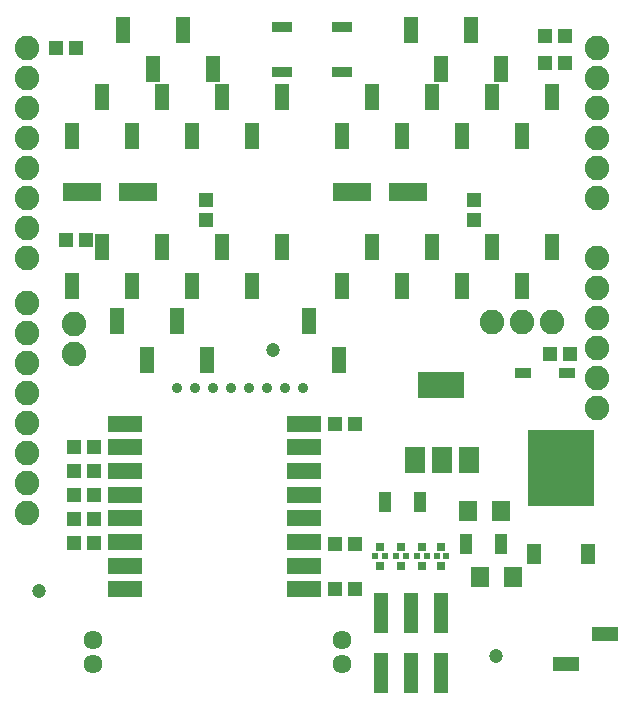
<source format=gts>
G04*
G04 #@! TF.GenerationSoftware,Altium Limited,Altium Designer,19.1.6 (110)*
G04*
G04 Layer_Color=8388736*
%FSLAX25Y25*%
%MOIN*%
G70*
G01*
G75*
%ADD34R,0.11800X0.05300*%
%ADD35R,0.08674X0.04737*%
%ADD36R,0.04737X0.08674*%
%ADD37R,0.04737X0.13280*%
%ADD38R,0.02375X0.02375*%
%ADD39R,0.03162X0.03162*%
%ADD40R,0.04737X0.05131*%
%ADD41R,0.06800X0.03800*%
%ADD42R,0.04343X0.07099*%
%ADD43R,0.05131X0.04737*%
%ADD44R,0.05524X0.03556*%
%ADD45R,0.12611X0.06312*%
%ADD46R,0.04737X0.07099*%
%ADD47R,0.22060X0.25209*%
%ADD48R,0.06312X0.07099*%
%ADD49R,0.15800X0.08700*%
%ADD50R,0.06700X0.08700*%
%ADD51C,0.04737*%
%ADD52C,0.08200*%
%ADD53C,0.06343*%
%ADD54C,0.03556*%
D34*
X42500Y37000D02*
D03*
Y44874D02*
D03*
Y52748D02*
D03*
Y60622D02*
D03*
Y68496D02*
D03*
Y76370D02*
D03*
Y84244D02*
D03*
Y92118D02*
D03*
X102343D02*
D03*
Y84244D02*
D03*
Y76370D02*
D03*
Y68496D02*
D03*
Y60622D02*
D03*
Y52748D02*
D03*
Y44874D02*
D03*
Y37000D02*
D03*
D35*
X189504Y12000D02*
D03*
X202496Y22000D02*
D03*
D36*
X114000Y113504D02*
D03*
X104000Y126496D02*
D03*
X50000Y113504D02*
D03*
X70000D02*
D03*
X40000Y126496D02*
D03*
X60000D02*
D03*
X52000Y210504D02*
D03*
X72000D02*
D03*
X42000Y223496D02*
D03*
X62000D02*
D03*
X148000Y210504D02*
D03*
X168000D02*
D03*
X138000Y223496D02*
D03*
X158000D02*
D03*
X125000Y150996D02*
D03*
X145000D02*
D03*
X165000D02*
D03*
X185000D02*
D03*
X115000Y138004D02*
D03*
X135000D02*
D03*
X155000D02*
D03*
X175000D02*
D03*
X125000Y200996D02*
D03*
X145000D02*
D03*
X165000D02*
D03*
X185000D02*
D03*
X115000Y188004D02*
D03*
X135000D02*
D03*
X155000D02*
D03*
X175000D02*
D03*
X35000Y150996D02*
D03*
X55000D02*
D03*
X75000D02*
D03*
X95000D02*
D03*
X25000Y138004D02*
D03*
X45000D02*
D03*
X65000D02*
D03*
X85000D02*
D03*
X35000Y200996D02*
D03*
X55000D02*
D03*
X75000D02*
D03*
X95000D02*
D03*
X25000Y188004D02*
D03*
X45000D02*
D03*
X65000D02*
D03*
X85000D02*
D03*
D37*
X128000Y9000D02*
D03*
Y29000D02*
D03*
X148000D02*
D03*
Y9000D02*
D03*
X138000D02*
D03*
Y29000D02*
D03*
D38*
X146425Y48000D02*
D03*
X149575D02*
D03*
X132925D02*
D03*
X136075D02*
D03*
X139925D02*
D03*
X143075D02*
D03*
X125925D02*
D03*
X129075D02*
D03*
D39*
X148000Y51150D02*
D03*
Y44850D02*
D03*
X134500Y51150D02*
D03*
Y44850D02*
D03*
X141500Y51150D02*
D03*
Y44850D02*
D03*
X127500Y51150D02*
D03*
Y44850D02*
D03*
D40*
X159000Y166846D02*
D03*
Y160154D02*
D03*
X69500Y166846D02*
D03*
Y160154D02*
D03*
D41*
X95000Y209500D02*
D03*
Y224500D02*
D03*
X115000D02*
D03*
Y209500D02*
D03*
D42*
X129291Y66000D02*
D03*
X140709D02*
D03*
X156291Y52000D02*
D03*
X167709D02*
D03*
D43*
X112654D02*
D03*
X119346D02*
D03*
X112654Y37000D02*
D03*
X119346D02*
D03*
X25654Y84500D02*
D03*
X32346D02*
D03*
X25654Y76500D02*
D03*
X32346D02*
D03*
X25654Y68500D02*
D03*
X32346D02*
D03*
X119346Y92000D02*
D03*
X112654D02*
D03*
X26346Y217500D02*
D03*
X19654D02*
D03*
X189346Y212500D02*
D03*
X182654D02*
D03*
Y221500D02*
D03*
X189346D02*
D03*
X29596Y153250D02*
D03*
X22904D02*
D03*
X184154Y115500D02*
D03*
X190846D02*
D03*
X32346Y60500D02*
D03*
X25654D02*
D03*
Y52500D02*
D03*
X32346D02*
D03*
D44*
X189783Y109000D02*
D03*
X175217D02*
D03*
D45*
X136949Y169500D02*
D03*
X118051D02*
D03*
X46949D02*
D03*
X28051D02*
D03*
D46*
X196976Y48602D02*
D03*
X179024D02*
D03*
D47*
X188000Y77343D02*
D03*
D48*
X172012Y41000D02*
D03*
X160988D02*
D03*
X168012Y63000D02*
D03*
X156988D02*
D03*
D49*
X148000Y104900D02*
D03*
D50*
X157100Y80100D02*
D03*
X148100D02*
D03*
X139100D02*
D03*
D51*
X91733Y116748D02*
D03*
X166233Y14748D02*
D03*
X13887Y36272D02*
D03*
D52*
X25641Y115391D02*
D03*
Y125391D02*
D03*
X165000Y126000D02*
D03*
X175000D02*
D03*
X185000D02*
D03*
X10000Y62500D02*
D03*
Y72500D02*
D03*
Y82500D02*
D03*
Y92500D02*
D03*
Y102500D02*
D03*
Y112500D02*
D03*
Y122500D02*
D03*
Y132500D02*
D03*
Y147500D02*
D03*
Y157500D02*
D03*
Y167500D02*
D03*
Y177500D02*
D03*
Y187500D02*
D03*
Y197500D02*
D03*
Y207500D02*
D03*
Y217500D02*
D03*
X200000D02*
D03*
Y207500D02*
D03*
Y197500D02*
D03*
Y187500D02*
D03*
Y177500D02*
D03*
Y167500D02*
D03*
Y147500D02*
D03*
Y137500D02*
D03*
Y127500D02*
D03*
Y117500D02*
D03*
Y107500D02*
D03*
Y97500D02*
D03*
D53*
X32000Y12063D02*
D03*
Y19937D02*
D03*
X115000Y12063D02*
D03*
Y19937D02*
D03*
D54*
X78000Y104000D02*
D03*
X102000D02*
D03*
X96000D02*
D03*
X90000D02*
D03*
X84000D02*
D03*
X66000D02*
D03*
X72000D02*
D03*
X60000D02*
D03*
M02*

</source>
